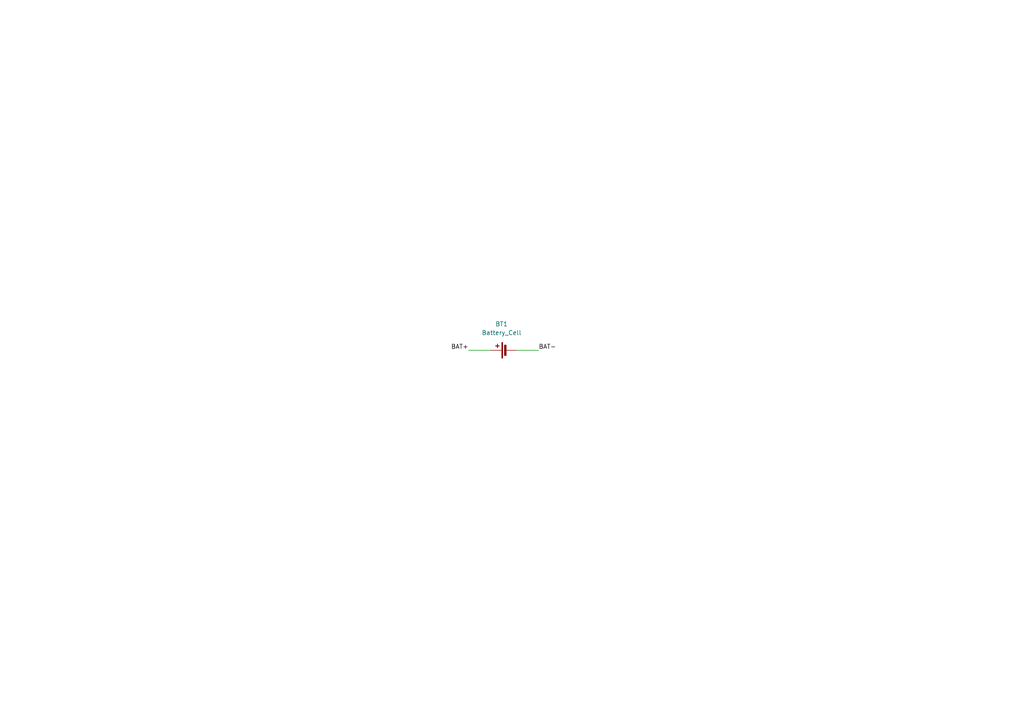
<source format=kicad_sch>
(kicad_sch (version 20231120) (generator "eeschema") (generator_version "8.0")
  (paper "A4")
  (lib_symbols
    (symbol "Device:Battery_Cell" (pin_numbers hide) (pin_names (offset 0) hide)
      (property "Reference" "BT" (at 2.54 2.54 0))
      (property "Value" "Battery_Cell" (at 2.54 0 0))
      (symbol "Battery_Cell_0_1"
        (rectangle (start -2.286 1.778) (end 2.286 1.524) (fill (type outline)))
        (rectangle (start -1.524 1.016) (end 1.524 0.508) (fill (type outline)))
        (polyline (pts (xy 0 0.762) (xy 0 0)))
        (polyline (pts (xy 0 1.778) (xy 0 2.54)))
        (polyline (pts (xy 0.762 3.048) (xy 1.778 3.048)) (stroke (width 0.254)))
        (polyline (pts (xy 1.27 3.556) (xy 1.27 2.54)) (stroke (width 0.254)))
      )
      (symbol "Battery_Cell_1_1"
        (pin passive line (at 0 5.08 270) (length 2.54) (name "+") (number "1"))
        (pin passive line (at 0 -2.54 90) (length 2.54) (name "-") (number "2"))
      )
    )
  )
  (wire (pts (xy 156.21 101.6) (xy 149.86 101.6)))
  (wire (pts (xy 135.89 101.6) (xy 142.24 101.6)))
  (label "BAT+" (at 135.89 101.6 180))
  (label "BAT-" (at 156.21 101.6 0))
  (symbol (lib_id "Device:Battery_Cell") (at 147.32 101.6 90) (unit 1)
    (property "Reference" "BT1" (at 145.4785 93.98 90))
    (property "Value" "Battery_Cell" (at 145.4785 96.52 90))
    (property "Footprint" "Battery_extlib:BatteryClip_Keystone_18650_Protected" (effects (hide yes)))
    (property "Description" "Single-cell battery" (effects (hide yes)))
  )
)
</source>
